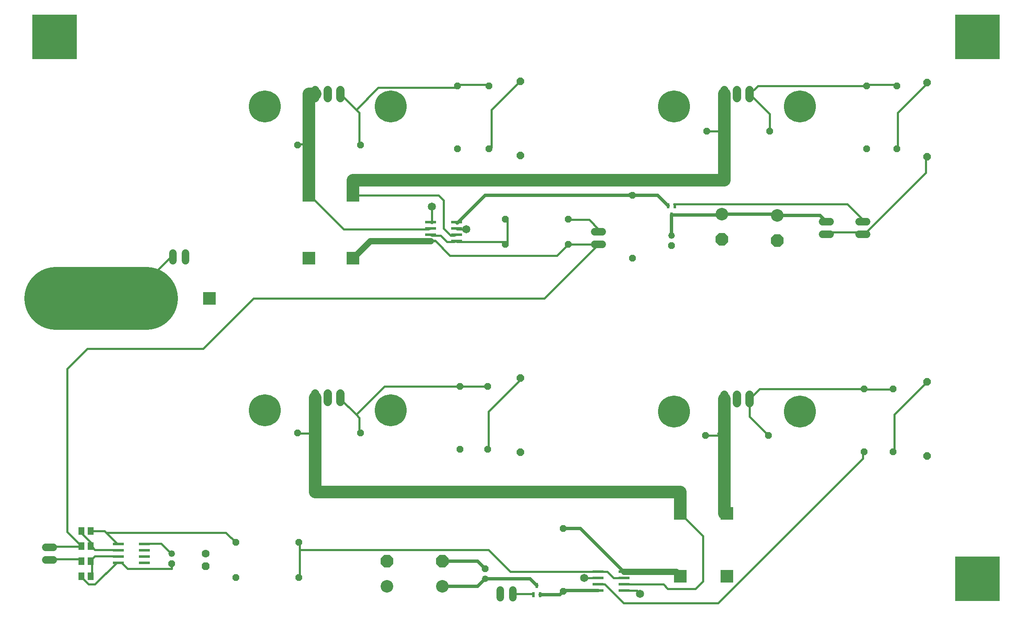
<source format=gtl>
G75*
G70*
%OFA0B0*%
%FSLAX24Y24*%
%IPPOS*%
%LPD*%
%AMOC8*
5,1,8,0,0,1.08239X$1,22.5*
%
%ADD10C,0.0660*%
%ADD11C,0.2540*%
%ADD12R,0.1000X0.1000*%
%ADD13C,0.0600*%
%ADD14R,0.3543X0.3543*%
%ADD15R,0.0866X0.0236*%
%ADD16OC8,0.0560*%
%ADD17OC8,0.0600*%
%ADD18C,0.1000*%
%ADD19OC8,0.1000*%
%ADD20OC8,0.0630*%
%ADD21C,0.0630*%
%ADD22OC8,0.0520*%
%ADD23C,0.0520*%
%ADD24R,0.0197X0.0394*%
%ADD25R,0.0512X0.0591*%
%ADD26C,0.0160*%
%ADD27C,0.0250*%
%ADD28C,0.0500*%
%ADD29C,0.5000*%
%ADD30C,0.1000*%
%ADD31C,0.0650*%
D10*
X024101Y017871D02*
X024101Y018531D01*
X025101Y018531D02*
X025101Y017871D01*
X026101Y017871D02*
X026101Y018531D01*
X056601Y018431D02*
X056601Y017771D01*
X057601Y017771D02*
X057601Y018431D01*
X058601Y018431D02*
X058601Y017771D01*
X058601Y042021D02*
X058601Y042681D01*
X057601Y042681D02*
X057601Y042021D01*
X056601Y042021D02*
X056601Y042681D01*
X026101Y042681D02*
X026101Y042021D01*
X025101Y042021D02*
X025101Y042681D01*
X024101Y042681D02*
X024101Y042021D01*
D11*
X020101Y041351D03*
X030101Y041351D03*
X052601Y041351D03*
X062601Y041351D03*
X062601Y017101D03*
X052601Y017101D03*
X030101Y017201D03*
X020101Y017201D03*
D12*
X015701Y026101D03*
X010701Y026101D03*
X023601Y029301D03*
X027101Y029301D03*
X027101Y034301D03*
X023601Y034301D03*
X053101Y009001D03*
X056801Y009001D03*
X056801Y004001D03*
X053101Y004001D03*
D13*
X039801Y002901D02*
X039801Y002301D01*
X038801Y002301D02*
X038801Y002901D01*
X003301Y005301D02*
X002701Y005301D01*
X002701Y006301D02*
X003301Y006301D01*
X012801Y029101D02*
X012801Y029701D01*
X013801Y029701D02*
X013801Y029101D01*
X046301Y030401D02*
X046901Y030401D01*
X046901Y031401D02*
X046301Y031401D01*
X064401Y031201D02*
X065001Y031201D01*
X065001Y032201D02*
X064401Y032201D01*
X067301Y032201D02*
X067901Y032201D01*
X067901Y031201D02*
X067301Y031201D01*
D14*
X076701Y046901D03*
X076701Y003801D03*
X003501Y026101D03*
X003401Y046901D03*
D15*
X033277Y032151D03*
X033277Y031651D03*
X033277Y031151D03*
X033277Y030651D03*
X035324Y030651D03*
X035324Y031151D03*
X035324Y031651D03*
X035324Y032151D03*
X010524Y006551D03*
X010524Y006051D03*
X010524Y005551D03*
X010524Y005051D03*
X008477Y005051D03*
X008477Y005551D03*
X008477Y006051D03*
X008477Y006551D03*
X046577Y004351D03*
X046577Y003851D03*
X046577Y003351D03*
X046577Y002851D03*
X048624Y002851D03*
X048624Y003351D03*
X048624Y003851D03*
X048624Y004351D03*
D16*
X043801Y002801D03*
X043801Y007801D03*
X037801Y014101D03*
X035601Y014101D03*
X035601Y019101D03*
X037801Y019101D03*
X027701Y015401D03*
X022701Y015401D03*
X022801Y006701D03*
X022801Y003901D03*
X017801Y003901D03*
X017801Y006701D03*
X049301Y029301D03*
X044201Y030401D03*
X044201Y032401D03*
X049301Y034301D03*
X055201Y039401D03*
X060201Y039401D03*
X067901Y038001D03*
X070301Y038001D03*
X070301Y043001D03*
X067901Y043001D03*
X039201Y032401D03*
X039201Y030401D03*
X037901Y038001D03*
X035401Y038001D03*
X035401Y043001D03*
X037901Y043001D03*
X027701Y038301D03*
X022701Y038301D03*
X055101Y015201D03*
X060101Y015201D03*
X067701Y013901D03*
X070001Y013901D03*
X070001Y018901D03*
X067701Y018901D03*
D17*
X072701Y019451D03*
X072701Y013551D03*
X040401Y013851D03*
X040401Y019751D03*
X040401Y037451D03*
X040401Y043351D03*
X072701Y043251D03*
X072701Y037351D03*
D18*
X060801Y032701D03*
X056401Y032801D03*
X034201Y003201D03*
X029801Y003201D03*
D19*
X029801Y005201D03*
X034201Y005201D03*
X056401Y030801D03*
X060801Y030701D03*
D20*
X015401Y004801D03*
D21*
X015401Y005801D03*
D22*
X012701Y005001D03*
X037601Y004601D03*
X052401Y030301D03*
D23*
X052401Y031101D03*
X012701Y005801D03*
X037601Y003801D03*
D24*
X041445Y002546D03*
X041957Y002546D03*
X041701Y003255D03*
X052401Y032746D03*
X052657Y033455D03*
X052145Y033455D03*
D25*
X006275Y007601D03*
X005527Y007601D03*
X005527Y006401D03*
X006275Y006401D03*
X006275Y005201D03*
X005527Y005201D03*
X005527Y004001D03*
X006275Y004001D03*
D26*
X005601Y003851D02*
X005527Y004001D01*
X005601Y003851D02*
X006101Y003351D01*
X006601Y003351D01*
X008351Y005101D01*
X008477Y005051D01*
X008601Y005101D01*
X008701Y005101D01*
X009201Y004601D01*
X012701Y004601D01*
X012701Y005001D01*
X012701Y005801D02*
X012601Y005851D01*
X011851Y006601D01*
X010601Y006601D01*
X010524Y006551D01*
X008477Y006551D02*
X008351Y006601D01*
X007501Y007451D01*
X017001Y007451D01*
X017801Y006701D01*
X022801Y006701D02*
X022851Y006601D01*
X022851Y006101D01*
X037851Y006101D01*
X039601Y004351D01*
X046577Y004351D01*
X047301Y004351D01*
X047801Y003851D01*
X048624Y003851D01*
X048624Y004351D02*
X048601Y004351D01*
X048624Y003351D02*
X051751Y003351D01*
X052101Y003001D01*
X054301Y003001D01*
X054901Y003601D01*
X054901Y007201D01*
X053101Y009001D01*
X046577Y003851D02*
X045451Y003851D01*
X046577Y003351D02*
X047101Y003351D01*
X048601Y001851D01*
X056101Y001851D01*
X067601Y013351D01*
X067601Y013851D01*
X067701Y013901D01*
X070001Y013901D02*
X070101Y014101D01*
X070101Y016851D01*
X072701Y019451D01*
X070001Y018901D02*
X069851Y018851D01*
X067851Y018851D01*
X067701Y018901D01*
X059401Y018901D01*
X058601Y018101D01*
X058601Y016701D01*
X060101Y015201D01*
X056601Y015351D02*
X056301Y015351D01*
X056151Y015201D01*
X055101Y015201D01*
X056101Y015351D02*
X056301Y015351D01*
X040401Y019751D02*
X040351Y019601D01*
X037851Y017101D01*
X037851Y014101D01*
X037801Y014101D01*
X037801Y019101D02*
X035601Y019101D01*
X029601Y019101D01*
X027351Y016851D01*
X027601Y016601D01*
X027601Y015601D01*
X027701Y015401D01*
X027351Y016851D02*
X026101Y018101D01*
X026101Y018201D01*
X024101Y015351D02*
X022851Y015351D01*
X022701Y015401D01*
X015201Y022101D02*
X019201Y026101D01*
X042301Y026101D01*
X046601Y030401D01*
X044201Y030401D01*
X043301Y029501D01*
X034801Y029501D01*
X033651Y030651D01*
X033277Y030651D01*
X033351Y031101D02*
X033277Y031151D01*
X033351Y031101D02*
X034051Y031101D01*
X034551Y030601D01*
X035101Y030601D01*
X035324Y030651D01*
X035351Y030601D01*
X039101Y030601D01*
X039201Y030401D01*
X039351Y030601D01*
X039351Y032351D01*
X039201Y032401D01*
X036101Y031601D02*
X035351Y031601D01*
X035324Y031651D01*
X035351Y032101D02*
X035324Y032151D01*
X035324Y031151D02*
X035101Y031101D01*
X034851Y031101D01*
X034301Y031651D01*
X034301Y033901D01*
X033901Y034301D01*
X027101Y034301D01*
X026351Y031601D02*
X023851Y034101D01*
X023601Y034301D01*
X026351Y031601D02*
X033101Y031601D01*
X033277Y031651D01*
X033351Y032101D02*
X033277Y032151D01*
X033351Y032101D02*
X033351Y033401D01*
X037901Y038001D02*
X038101Y038101D01*
X038101Y041101D01*
X040351Y043351D01*
X040401Y043351D01*
X037901Y043001D02*
X037851Y043101D01*
X035601Y043101D01*
X035401Y043001D01*
X035351Y042851D01*
X029101Y042851D01*
X027351Y041101D01*
X027601Y040851D01*
X027601Y038351D01*
X027701Y038301D01*
X027351Y041101D02*
X026101Y042351D01*
X023601Y038351D02*
X022851Y038351D01*
X022701Y038301D01*
X012801Y029401D02*
X012601Y029351D01*
X011601Y028351D01*
X010701Y026101D01*
X015201Y022101D02*
X006001Y022101D01*
X004401Y020501D01*
X004401Y007527D01*
X005527Y006401D01*
X005351Y006351D01*
X003101Y006351D01*
X003001Y006301D01*
X003101Y005351D02*
X003001Y005301D01*
X003101Y005351D02*
X005351Y005351D01*
X005527Y005201D01*
X006275Y005201D02*
X006351Y005351D01*
X006601Y005601D01*
X008351Y005601D01*
X008477Y005551D01*
X008477Y006051D02*
X008351Y006101D01*
X006601Y006101D01*
X006351Y006351D01*
X006275Y006401D01*
X006351Y006601D01*
X005601Y007351D01*
X005601Y007601D01*
X005527Y007601D01*
X006275Y007601D02*
X007351Y007601D01*
X007501Y007451D01*
X006275Y005201D02*
X006351Y005101D01*
X006351Y004101D01*
X006275Y004001D01*
X022801Y003901D02*
X022851Y004101D01*
X022851Y006101D01*
X039801Y002601D02*
X041391Y002601D01*
X041445Y002546D01*
X043801Y002801D02*
X043851Y002851D01*
X048624Y002851D02*
X049651Y002851D01*
X049901Y002601D01*
X067601Y031101D02*
X067601Y031201D01*
X067601Y031351D01*
X064851Y031351D01*
X064701Y031201D01*
X067601Y031101D02*
X072601Y036101D01*
X072601Y037351D01*
X072701Y037351D01*
X070351Y038101D02*
X070301Y038001D01*
X070351Y038101D02*
X070351Y040851D01*
X072601Y043101D01*
X072701Y043251D01*
X070301Y043001D02*
X070101Y043101D01*
X068101Y043101D01*
X067901Y043001D01*
X059251Y043001D01*
X058601Y042351D01*
X060201Y040751D01*
X060201Y039401D01*
X056601Y039401D02*
X055201Y039401D01*
X049301Y034301D02*
X049101Y034351D01*
X052601Y033601D02*
X052657Y033455D01*
X052601Y033601D02*
X066351Y033601D01*
X067601Y032351D01*
X067601Y032201D01*
X052401Y032746D02*
X052351Y032851D01*
X046601Y031601D02*
X046601Y031401D01*
X046601Y031601D02*
X045851Y032351D01*
X044351Y032351D01*
X044201Y032401D01*
D27*
X049051Y034301D02*
X049101Y034351D01*
X049051Y034301D02*
X037601Y034301D01*
X035401Y032101D01*
X035351Y032101D01*
X049301Y034301D02*
X051299Y034301D01*
X052145Y033455D01*
X052401Y032746D02*
X056346Y032746D01*
X056401Y032801D01*
X060701Y032801D01*
X060801Y032701D01*
X064201Y032701D01*
X064701Y032201D01*
X052401Y032746D02*
X052401Y031101D01*
X045151Y007801D02*
X043801Y007801D01*
X045151Y007801D02*
X048601Y004351D01*
X046577Y002851D02*
X043851Y002851D01*
X043801Y002801D02*
X043546Y002546D01*
X041957Y002546D01*
X041701Y003255D02*
X041155Y003801D01*
X037601Y003801D01*
X037001Y003201D01*
X034201Y003201D01*
X034201Y005201D02*
X037001Y005201D01*
X037601Y004601D01*
D28*
X048624Y004351D02*
X052751Y004351D01*
X053101Y004001D01*
X027101Y029301D02*
X028451Y030651D01*
X033277Y030651D01*
D29*
X010701Y026101D02*
X003501Y026101D01*
D30*
X023601Y034301D02*
X023601Y038351D01*
X023601Y042351D01*
X024101Y042351D01*
X027101Y035501D02*
X056601Y035501D01*
X056601Y039401D01*
X056601Y042351D01*
X027101Y035501D02*
X027101Y034301D01*
X024101Y018201D02*
X024101Y015351D01*
X024101Y010701D01*
X053101Y010701D01*
X053101Y009001D01*
X056601Y009001D02*
X056801Y009001D01*
X056601Y009001D02*
X056601Y015351D01*
X056601Y018101D01*
D31*
X036101Y031601D03*
X033351Y033401D03*
X045451Y003851D03*
X049901Y002601D03*
M02*

</source>
